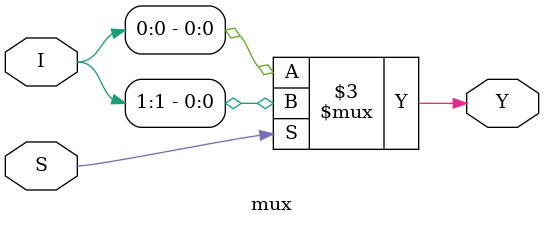
<source format=v>
`timescale 1ns / 1ps


module mux(Y,I,S);
 input [1:0] I;
 input S;
 output reg Y;
 always @ *
 if(S)
    Y=I[1];
 else
    Y=I[0];
 endmodule


</source>
